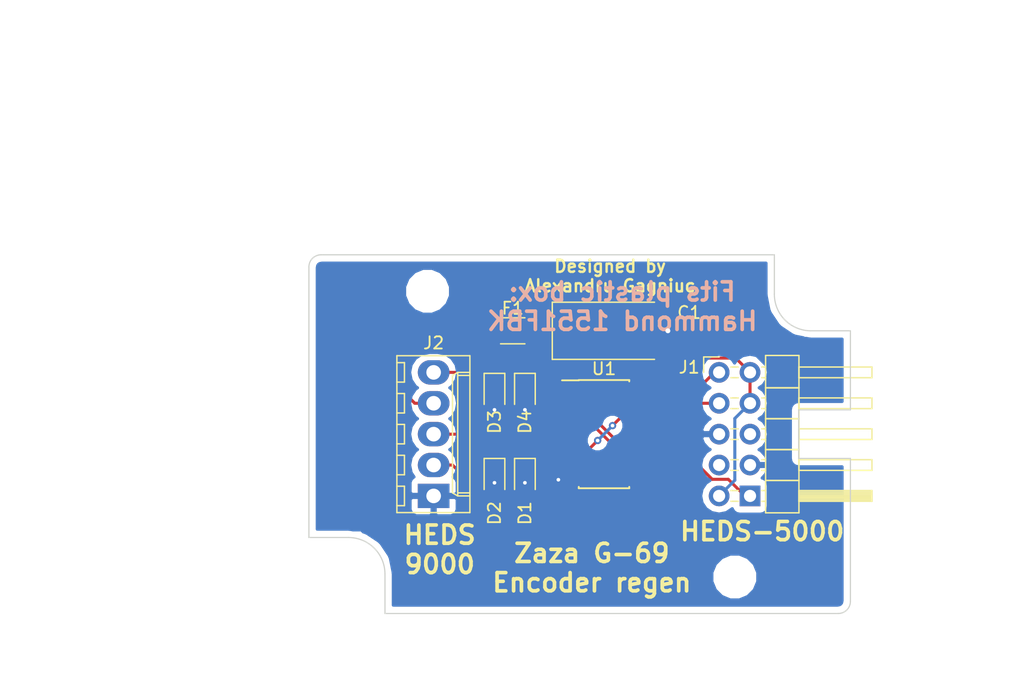
<source format=kicad_pcb>
(kicad_pcb (version 4) (host pcbnew 4.0.6)

  (general
    (links 27)
    (no_connects 0)
    (area 93.520101 49.6824 181.7201 106.582401)
    (thickness 1.6)
    (drawings 44)
    (tracks 117)
    (zones 0)
    (modules 11)
    (nets 13)
  )

  (page A4)
  (title_block
    (title "Zaza G-69 Encoder interface/regenerator")
    (date 2017-11-05)
    (rev 0)
    (company "Alexandru Gagniuc")
  )

  (layers
    (0 F.Cu signal)
    (31 B.Cu signal)
    (32 B.Adhes user)
    (33 F.Adhes user)
    (34 B.Paste user)
    (35 F.Paste user)
    (36 B.SilkS user)
    (37 F.SilkS user)
    (38 B.Mask user)
    (39 F.Mask user)
    (40 Dwgs.User user)
    (41 Cmts.User user)
    (42 Eco1.User user)
    (43 Eco2.User user)
    (44 Edge.Cuts user)
    (45 Margin user)
    (46 B.CrtYd user)
    (47 F.CrtYd user)
    (48 B.Fab user)
    (49 F.Fab user)
  )

  (setup
    (last_trace_width 0.25)
    (trace_clearance 0.2)
    (zone_clearance 0.508)
    (zone_45_only no)
    (trace_min 0.2)
    (segment_width 0.2)
    (edge_width 0.1)
    (via_size 0.6)
    (via_drill 0.3)
    (via_min_size 0.4)
    (via_min_drill 0.3)
    (uvia_size 0.3)
    (uvia_drill 0.1)
    (uvias_allowed no)
    (uvia_min_size 0.2)
    (uvia_min_drill 0.1)
    (pcb_text_width 0.3)
    (pcb_text_size 1.5 1.5)
    (mod_edge_width 0.15)
    (mod_text_size 1 1)
    (mod_text_width 0.15)
    (pad_size 1.7272 1.7272)
    (pad_drill 1.016)
    (pad_to_mask_clearance 0)
    (aux_axis_origin 0 0)
    (grid_origin 116.3701 62.3824)
    (visible_elements 7FFFFFFF)
    (pcbplotparams
      (layerselection 0x01030_80000001)
      (usegerberextensions false)
      (excludeedgelayer true)
      (linewidth 0.100000)
      (plotframeref false)
      (viasonmask false)
      (mode 1)
      (useauxorigin false)
      (hpglpennumber 1)
      (hpglpenspeed 20)
      (hpglpendiameter 15)
      (hpglpenoverlay 2)
      (psnegative false)
      (psa4output false)
      (plotreference true)
      (plotvalue true)
      (plotinvisibletext false)
      (padsonsilk false)
      (subtractmaskfromsilk false)
      (outputformat 4)
      (mirror false)
      (drillshape 0)
      (scaleselection 1)
      (outputdirectory ""))
  )

  (net 0 "")
  (net 1 /I)
  (net 2 GND)
  (net 3 /A)
  (net 4 /B)
  (net 5 VCC)
  (net 6 "Net-(F1-Pad1)")
  (net 7 /CH_A)
  (net 8 /CH_B)
  (net 9 /CH_I)
  (net 10 "Net-(U1-Pad1)")
  (net 11 "Net-(U1-Pad12)")
  (net 12 "Net-(U1-Pad3)")

  (net_class Default "To jest domyślna klasa połączeń."
    (clearance 0.2)
    (trace_width 0.25)
    (via_dia 0.6)
    (via_drill 0.3)
    (uvia_dia 0.3)
    (uvia_drill 0.1)
    (add_net /A)
    (add_net /B)
    (add_net /CH_A)
    (add_net /CH_B)
    (add_net /CH_I)
    (add_net /I)
    (add_net GND)
    (add_net "Net-(F1-Pad1)")
    (add_net "Net-(U1-Pad1)")
    (add_net "Net-(U1-Pad12)")
    (add_net "Net-(U1-Pad3)")
    (add_net VCC)
  )

  (module Pin_Headers:Pin_Header_Angled_2x05_Pitch2.54mm (layer F.Cu) (tedit 5862ED53) (tstamp 59FBF4B9)
    (at 152.8301 79.8024)
    (descr "Through hole angled pin header, 2x05, 2.54mm pitch, 6mm pin length, double rows")
    (tags "Through hole angled pin header THT 2x05 2.54mm double row")
    (path /59FBDAC3)
    (fp_text reference J1 (at -2.46 -0.42) (layer F.SilkS)
      (effects (font (size 1 1) (thickness 0.15)))
    )
    (fp_text value IDC-10 (at 5.585 12.43) (layer F.Fab)
      (effects (font (size 1 1) (thickness 0.15)))
    )
    (fp_line (start 3.94 -1.27) (end 3.94 1.27) (layer F.Fab) (width 0.1))
    (fp_line (start 3.94 1.27) (end 6.44 1.27) (layer F.Fab) (width 0.1))
    (fp_line (start 6.44 1.27) (end 6.44 -1.27) (layer F.Fab) (width 0.1))
    (fp_line (start 6.44 -1.27) (end 3.94 -1.27) (layer F.Fab) (width 0.1))
    (fp_line (start 0 -0.32) (end 0 0.32) (layer F.Fab) (width 0.1))
    (fp_line (start 0 0.32) (end 12.44 0.32) (layer F.Fab) (width 0.1))
    (fp_line (start 12.44 0.32) (end 12.44 -0.32) (layer F.Fab) (width 0.1))
    (fp_line (start 12.44 -0.32) (end 0 -0.32) (layer F.Fab) (width 0.1))
    (fp_line (start 3.94 1.27) (end 3.94 3.81) (layer F.Fab) (width 0.1))
    (fp_line (start 3.94 3.81) (end 6.44 3.81) (layer F.Fab) (width 0.1))
    (fp_line (start 6.44 3.81) (end 6.44 1.27) (layer F.Fab) (width 0.1))
    (fp_line (start 6.44 1.27) (end 3.94 1.27) (layer F.Fab) (width 0.1))
    (fp_line (start 0 2.22) (end 0 2.86) (layer F.Fab) (width 0.1))
    (fp_line (start 0 2.86) (end 12.44 2.86) (layer F.Fab) (width 0.1))
    (fp_line (start 12.44 2.86) (end 12.44 2.22) (layer F.Fab) (width 0.1))
    (fp_line (start 12.44 2.22) (end 0 2.22) (layer F.Fab) (width 0.1))
    (fp_line (start 3.94 3.81) (end 3.94 6.35) (layer F.Fab) (width 0.1))
    (fp_line (start 3.94 6.35) (end 6.44 6.35) (layer F.Fab) (width 0.1))
    (fp_line (start 6.44 6.35) (end 6.44 3.81) (layer F.Fab) (width 0.1))
    (fp_line (start 6.44 3.81) (end 3.94 3.81) (layer F.Fab) (width 0.1))
    (fp_line (start 0 4.76) (end 0 5.4) (layer F.Fab) (width 0.1))
    (fp_line (start 0 5.4) (end 12.44 5.4) (layer F.Fab) (width 0.1))
    (fp_line (start 12.44 5.4) (end 12.44 4.76) (layer F.Fab) (width 0.1))
    (fp_line (start 12.44 4.76) (end 0 4.76) (layer F.Fab) (width 0.1))
    (fp_line (start 3.94 6.35) (end 3.94 8.89) (layer F.Fab) (width 0.1))
    (fp_line (start 3.94 8.89) (end 6.44 8.89) (layer F.Fab) (width 0.1))
    (fp_line (start 6.44 8.89) (end 6.44 6.35) (layer F.Fab) (width 0.1))
    (fp_line (start 6.44 6.35) (end 3.94 6.35) (layer F.Fab) (width 0.1))
    (fp_line (start 0 7.3) (end 0 7.94) (layer F.Fab) (width 0.1))
    (fp_line (start 0 7.94) (end 12.44 7.94) (layer F.Fab) (width 0.1))
    (fp_line (start 12.44 7.94) (end 12.44 7.3) (layer F.Fab) (width 0.1))
    (fp_line (start 12.44 7.3) (end 0 7.3) (layer F.Fab) (width 0.1))
    (fp_line (start 3.94 8.89) (end 3.94 11.43) (layer F.Fab) (width 0.1))
    (fp_line (start 3.94 11.43) (end 6.44 11.43) (layer F.Fab) (width 0.1))
    (fp_line (start 6.44 11.43) (end 6.44 8.89) (layer F.Fab) (width 0.1))
    (fp_line (start 6.44 8.89) (end 3.94 8.89) (layer F.Fab) (width 0.1))
    (fp_line (start 0 9.84) (end 0 10.48) (layer F.Fab) (width 0.1))
    (fp_line (start 0 10.48) (end 12.44 10.48) (layer F.Fab) (width 0.1))
    (fp_line (start 12.44 10.48) (end 12.44 9.84) (layer F.Fab) (width 0.1))
    (fp_line (start 12.44 9.84) (end 0 9.84) (layer F.Fab) (width 0.1))
    (fp_line (start 3.82 -1.39) (end 3.82 1.27) (layer F.SilkS) (width 0.12))
    (fp_line (start 3.82 1.27) (end 6.56 1.27) (layer F.SilkS) (width 0.12))
    (fp_line (start 6.56 1.27) (end 6.56 -1.39) (layer F.SilkS) (width 0.12))
    (fp_line (start 6.56 -1.39) (end 3.82 -1.39) (layer F.SilkS) (width 0.12))
    (fp_line (start 6.56 -0.44) (end 6.56 0.44) (layer F.SilkS) (width 0.12))
    (fp_line (start 6.56 0.44) (end 12.56 0.44) (layer F.SilkS) (width 0.12))
    (fp_line (start 12.56 0.44) (end 12.56 -0.44) (layer F.SilkS) (width 0.12))
    (fp_line (start 12.56 -0.44) (end 6.56 -0.44) (layer F.SilkS) (width 0.12))
    (fp_line (start 3.51 -0.44) (end 3.82 -0.44) (layer F.SilkS) (width 0.12))
    (fp_line (start 3.51 0.44) (end 3.82 0.44) (layer F.SilkS) (width 0.12))
    (fp_line (start 0.97 -0.44) (end 1.57 -0.44) (layer F.SilkS) (width 0.12))
    (fp_line (start 0.97 0.44) (end 1.57 0.44) (layer F.SilkS) (width 0.12))
    (fp_line (start 6.56 9.84) (end 12.56 9.84) (layer F.SilkS) (width 0.12))
    (fp_line (start 6.56 9.96) (end 12.56 9.96) (layer F.SilkS) (width 0.12))
    (fp_line (start 6.56 10.08) (end 12.56 10.08) (layer F.SilkS) (width 0.12))
    (fp_line (start 6.56 10.2) (end 12.56 10.2) (layer F.SilkS) (width 0.12))
    (fp_line (start 6.56 10.32) (end 12.56 10.32) (layer F.SilkS) (width 0.12))
    (fp_line (start 6.56 10.44) (end 12.56 10.44) (layer F.SilkS) (width 0.12))
    (fp_line (start 6.56 10.56) (end 12.56 10.56) (layer F.SilkS) (width 0.12))
    (fp_line (start 3.82 1.27) (end 3.82 3.81) (layer F.SilkS) (width 0.12))
    (fp_line (start 3.82 3.81) (end 6.56 3.81) (layer F.SilkS) (width 0.12))
    (fp_line (start 6.56 3.81) (end 6.56 1.27) (layer F.SilkS) (width 0.12))
    (fp_line (start 6.56 1.27) (end 3.82 1.27) (layer F.SilkS) (width 0.12))
    (fp_line (start 6.56 2.1) (end 6.56 2.98) (layer F.SilkS) (width 0.12))
    (fp_line (start 6.56 2.98) (end 12.56 2.98) (layer F.SilkS) (width 0.12))
    (fp_line (start 12.56 2.98) (end 12.56 2.1) (layer F.SilkS) (width 0.12))
    (fp_line (start 12.56 2.1) (end 6.56 2.1) (layer F.SilkS) (width 0.12))
    (fp_line (start 3.51 2.1) (end 3.82 2.1) (layer F.SilkS) (width 0.12))
    (fp_line (start 3.51 2.98) (end 3.82 2.98) (layer F.SilkS) (width 0.12))
    (fp_line (start 0.97 2.1) (end 1.57 2.1) (layer F.SilkS) (width 0.12))
    (fp_line (start 0.97 2.98) (end 1.57 2.98) (layer F.SilkS) (width 0.12))
    (fp_line (start 3.82 3.81) (end 3.82 6.35) (layer F.SilkS) (width 0.12))
    (fp_line (start 3.82 6.35) (end 6.56 6.35) (layer F.SilkS) (width 0.12))
    (fp_line (start 6.56 6.35) (end 6.56 3.81) (layer F.SilkS) (width 0.12))
    (fp_line (start 6.56 3.81) (end 3.82 3.81) (layer F.SilkS) (width 0.12))
    (fp_line (start 6.56 4.64) (end 6.56 5.52) (layer F.SilkS) (width 0.12))
    (fp_line (start 6.56 5.52) (end 12.56 5.52) (layer F.SilkS) (width 0.12))
    (fp_line (start 12.56 5.52) (end 12.56 4.64) (layer F.SilkS) (width 0.12))
    (fp_line (start 12.56 4.64) (end 6.56 4.64) (layer F.SilkS) (width 0.12))
    (fp_line (start 3.51 4.64) (end 3.82 4.64) (layer F.SilkS) (width 0.12))
    (fp_line (start 3.51 5.52) (end 3.82 5.52) (layer F.SilkS) (width 0.12))
    (fp_line (start 0.97 4.64) (end 1.57 4.64) (layer F.SilkS) (width 0.12))
    (fp_line (start 0.97 5.52) (end 1.57 5.52) (layer F.SilkS) (width 0.12))
    (fp_line (start 3.82 6.35) (end 3.82 8.89) (layer F.SilkS) (width 0.12))
    (fp_line (start 3.82 8.89) (end 6.56 8.89) (layer F.SilkS) (width 0.12))
    (fp_line (start 6.56 8.89) (end 6.56 6.35) (layer F.SilkS) (width 0.12))
    (fp_line (start 6.56 6.35) (end 3.82 6.35) (layer F.SilkS) (width 0.12))
    (fp_line (start 6.56 7.18) (end 6.56 8.06) (layer F.SilkS) (width 0.12))
    (fp_line (start 6.56 8.06) (end 12.56 8.06) (layer F.SilkS) (width 0.12))
    (fp_line (start 12.56 8.06) (end 12.56 7.18) (layer F.SilkS) (width 0.12))
    (fp_line (start 12.56 7.18) (end 6.56 7.18) (layer F.SilkS) (width 0.12))
    (fp_line (start 3.51 7.18) (end 3.82 7.18) (layer F.SilkS) (width 0.12))
    (fp_line (start 3.51 8.06) (end 3.82 8.06) (layer F.SilkS) (width 0.12))
    (fp_line (start 0.97 7.18) (end 1.57 7.18) (layer F.SilkS) (width 0.12))
    (fp_line (start 0.97 8.06) (end 1.57 8.06) (layer F.SilkS) (width 0.12))
    (fp_line (start 3.82 8.89) (end 3.82 11.55) (layer F.SilkS) (width 0.12))
    (fp_line (start 3.82 11.55) (end 6.56 11.55) (layer F.SilkS) (width 0.12))
    (fp_line (start 6.56 11.55) (end 6.56 8.89) (layer F.SilkS) (width 0.12))
    (fp_line (start 6.56 8.89) (end 3.82 8.89) (layer F.SilkS) (width 0.12))
    (fp_line (start 6.56 9.72) (end 6.56 10.6) (layer F.SilkS) (width 0.12))
    (fp_line (start 6.56 10.6) (end 12.56 10.6) (layer F.SilkS) (width 0.12))
    (fp_line (start 12.56 10.6) (end 12.56 9.72) (layer F.SilkS) (width 0.12))
    (fp_line (start 12.56 9.72) (end 6.56 9.72) (layer F.SilkS) (width 0.12))
    (fp_line (start 3.51 9.72) (end 3.82 9.72) (layer F.SilkS) (width 0.12))
    (fp_line (start 3.51 10.6) (end 3.82 10.6) (layer F.SilkS) (width 0.12))
    (fp_line (start 0.97 9.72) (end 1.57 9.72) (layer F.SilkS) (width 0.12))
    (fp_line (start 0.97 10.6) (end 1.57 10.6) (layer F.SilkS) (width 0.12))
    (fp_line (start -1.27 0) (end -1.27 -1.27) (layer F.SilkS) (width 0.12))
    (fp_line (start -1.27 -1.27) (end 0 -1.27) (layer F.SilkS) (width 0.12))
    (fp_line (start -1.6 -1.6) (end -1.6 11.7) (layer F.CrtYd) (width 0.05))
    (fp_line (start -1.6 11.7) (end 12.7 11.7) (layer F.CrtYd) (width 0.05))
    (fp_line (start 12.7 11.7) (end 12.7 -1.6) (layer F.CrtYd) (width 0.05))
    (fp_line (start 12.7 -1.6) (end -1.6 -1.6) (layer F.CrtYd) (width 0.05))
    (pad 1 thru_hole rect (at 2.54 10.16) (size 1.7 1.7) (drill 1) (layers *.Cu *.Mask)
      (net 7 /CH_A))
    (pad 2 thru_hole oval (at 0 10.16) (size 1.7 1.7) (drill 1) (layers *.Cu *.Mask)
      (net 5 VCC))
    (pad 3 thru_hole oval (at 2.54 7.62) (size 1.7 1.7) (drill 1) (layers *.Cu *.Mask)
      (net 2 GND))
    (pad 4 thru_hole oval (at 0 7.62) (size 1.7 1.7) (drill 1) (layers *.Cu *.Mask))
    (pad 5 thru_hole oval (at 2.54 5.08) (size 1.7 1.7) (drill 1) (layers *.Cu *.Mask))
    (pad 6 thru_hole oval (at 0 5.08) (size 1.7 1.7) (drill 1) (layers *.Cu *.Mask)
      (net 2 GND))
    (pad 7 thru_hole oval (at 2.54 2.54) (size 1.7 1.7) (drill 1) (layers *.Cu *.Mask)
      (net 5 VCC))
    (pad 8 thru_hole oval (at 0 2.54) (size 1.7 1.7) (drill 1) (layers *.Cu *.Mask)
      (net 8 /CH_B))
    (pad 9 thru_hole oval (at 2.54 0) (size 1.7 1.7) (drill 1) (layers *.Cu *.Mask)
      (net 5 VCC))
    (pad 10 thru_hole oval (at 0 0) (size 1.7 1.7) (drill 1) (layers *.Cu *.Mask)
      (net 9 /CH_I))
    (model Pin_Headers.3dshapes/Pin_Header_Angled_2x05_Pitch2.54mm.wrl
      (at (xyz 0.05 -0.2 0))
      (scale (xyz 1 1 1))
      (rotate (xyz 0 0 90))
    )
  )

  (module Mounting_Holes:MountingHole_2.5mm (layer F.Cu) (tedit 59FBFCE0) (tstamp 59FBF582)
    (at 128.8701 73.1324)
    (descr "Mounting Hole 2.5mm, no annular")
    (tags "mounting hole 2.5mm no annular")
    (fp_text reference REF** (at 0 -3.5) (layer F.SilkS) hide
      (effects (font (size 1 1) (thickness 0.15)))
    )
    (fp_text value MountingHole_2.5mm (at 0 3.5) (layer F.Fab)
      (effects (font (size 1 1) (thickness 0.15)))
    )
    (fp_circle (center 0 0) (end 2.5 0) (layer Cmts.User) (width 0.15))
    (fp_circle (center 0 0) (end 2.75 0) (layer F.CrtYd) (width 0.05))
    (pad 1 np_thru_hole circle (at 0 0) (size 2.5 2.5) (drill 2.5) (layers *.Cu *.Mask))
  )

  (module Diodes_SMD:D_SOD-323 (layer F.Cu) (tedit 58641739) (tstamp 59FBEE51)
    (at 136.8701 88.3824 270)
    (descr SOD-323)
    (tags SOD-323)
    (path /59FBF879)
    (attr smd)
    (fp_text reference D1 (at 3 0 270) (layer F.SilkS)
      (effects (font (size 1 1) (thickness 0.15)))
    )
    (fp_text value TVS (at 0.1 1.9 270) (layer F.Fab)
      (effects (font (size 1 1) (thickness 0.15)))
    )
    (fp_line (start -1.5 -0.85) (end -1.5 0.85) (layer F.SilkS) (width 0.12))
    (fp_line (start 0.2 0) (end 0.45 0) (layer F.Fab) (width 0.1))
    (fp_line (start 0.2 0.35) (end -0.3 0) (layer F.Fab) (width 0.1))
    (fp_line (start 0.2 -0.35) (end 0.2 0.35) (layer F.Fab) (width 0.1))
    (fp_line (start -0.3 0) (end 0.2 -0.35) (layer F.Fab) (width 0.1))
    (fp_line (start -0.3 0) (end -0.5 0) (layer F.Fab) (width 0.1))
    (fp_line (start -0.3 -0.35) (end -0.3 0.35) (layer F.Fab) (width 0.1))
    (fp_line (start -0.9 0.7) (end -0.9 -0.7) (layer F.Fab) (width 0.1))
    (fp_line (start 0.9 0.7) (end -0.9 0.7) (layer F.Fab) (width 0.1))
    (fp_line (start 0.9 -0.7) (end 0.9 0.7) (layer F.Fab) (width 0.1))
    (fp_line (start -0.9 -0.7) (end 0.9 -0.7) (layer F.Fab) (width 0.1))
    (fp_line (start -1.6 -0.95) (end 1.6 -0.95) (layer F.CrtYd) (width 0.05))
    (fp_line (start 1.6 -0.95) (end 1.6 0.95) (layer F.CrtYd) (width 0.05))
    (fp_line (start -1.6 0.95) (end 1.6 0.95) (layer F.CrtYd) (width 0.05))
    (fp_line (start -1.6 -0.95) (end -1.6 0.95) (layer F.CrtYd) (width 0.05))
    (fp_line (start -1.5 0.85) (end 1.05 0.85) (layer F.SilkS) (width 0.12))
    (fp_line (start -1.5 -0.85) (end 1.05 -0.85) (layer F.SilkS) (width 0.12))
    (pad 1 smd rect (at -1.05 0 270) (size 0.6 0.45) (layers F.Cu F.Paste F.Mask)
      (net 1 /I))
    (pad 2 smd rect (at 1.05 0 270) (size 0.6 0.45) (layers F.Cu F.Paste F.Mask)
      (net 2 GND))
    (model Diodes_SMD.3dshapes/D_SOD-323.wrl
      (at (xyz 0 0 0))
      (scale (xyz 1 1 1))
      (rotate (xyz 0 0 180))
    )
  )

  (module Diodes_SMD:D_SOD-323 (layer F.Cu) (tedit 58641739) (tstamp 59FBEE57)
    (at 134.3701 88.3824 270)
    (descr SOD-323)
    (tags SOD-323)
    (path /59FBF920)
    (attr smd)
    (fp_text reference D2 (at 3 0 270) (layer F.SilkS)
      (effects (font (size 1 1) (thickness 0.15)))
    )
    (fp_text value TVS (at 0.1 1.9 270) (layer F.Fab)
      (effects (font (size 1 1) (thickness 0.15)))
    )
    (fp_line (start -1.5 -0.85) (end -1.5 0.85) (layer F.SilkS) (width 0.12))
    (fp_line (start 0.2 0) (end 0.45 0) (layer F.Fab) (width 0.1))
    (fp_line (start 0.2 0.35) (end -0.3 0) (layer F.Fab) (width 0.1))
    (fp_line (start 0.2 -0.35) (end 0.2 0.35) (layer F.Fab) (width 0.1))
    (fp_line (start -0.3 0) (end 0.2 -0.35) (layer F.Fab) (width 0.1))
    (fp_line (start -0.3 0) (end -0.5 0) (layer F.Fab) (width 0.1))
    (fp_line (start -0.3 -0.35) (end -0.3 0.35) (layer F.Fab) (width 0.1))
    (fp_line (start -0.9 0.7) (end -0.9 -0.7) (layer F.Fab) (width 0.1))
    (fp_line (start 0.9 0.7) (end -0.9 0.7) (layer F.Fab) (width 0.1))
    (fp_line (start 0.9 -0.7) (end 0.9 0.7) (layer F.Fab) (width 0.1))
    (fp_line (start -0.9 -0.7) (end 0.9 -0.7) (layer F.Fab) (width 0.1))
    (fp_line (start -1.6 -0.95) (end 1.6 -0.95) (layer F.CrtYd) (width 0.05))
    (fp_line (start 1.6 -0.95) (end 1.6 0.95) (layer F.CrtYd) (width 0.05))
    (fp_line (start -1.6 0.95) (end 1.6 0.95) (layer F.CrtYd) (width 0.05))
    (fp_line (start -1.6 -0.95) (end -1.6 0.95) (layer F.CrtYd) (width 0.05))
    (fp_line (start -1.5 0.85) (end 1.05 0.85) (layer F.SilkS) (width 0.12))
    (fp_line (start -1.5 -0.85) (end 1.05 -0.85) (layer F.SilkS) (width 0.12))
    (pad 1 smd rect (at -1.05 0 270) (size 0.6 0.45) (layers F.Cu F.Paste F.Mask)
      (net 3 /A))
    (pad 2 smd rect (at 1.05 0 270) (size 0.6 0.45) (layers F.Cu F.Paste F.Mask)
      (net 2 GND))
    (model Diodes_SMD.3dshapes/D_SOD-323.wrl
      (at (xyz 0 0 0))
      (scale (xyz 1 1 1))
      (rotate (xyz 0 0 180))
    )
  )

  (module Diodes_SMD:D_SOD-323 (layer F.Cu) (tedit 58641739) (tstamp 59FBEE5D)
    (at 134.3701 81.3824 270)
    (descr SOD-323)
    (tags SOD-323)
    (path /59FBF94E)
    (attr smd)
    (fp_text reference D3 (at 2.5 0 270) (layer F.SilkS)
      (effects (font (size 1 1) (thickness 0.15)))
    )
    (fp_text value TVS (at 0.1 1.9 270) (layer F.Fab)
      (effects (font (size 1 1) (thickness 0.15)))
    )
    (fp_line (start -1.5 -0.85) (end -1.5 0.85) (layer F.SilkS) (width 0.12))
    (fp_line (start 0.2 0) (end 0.45 0) (layer F.Fab) (width 0.1))
    (fp_line (start 0.2 0.35) (end -0.3 0) (layer F.Fab) (width 0.1))
    (fp_line (start 0.2 -0.35) (end 0.2 0.35) (layer F.Fab) (width 0.1))
    (fp_line (start -0.3 0) (end 0.2 -0.35) (layer F.Fab) (width 0.1))
    (fp_line (start -0.3 0) (end -0.5 0) (layer F.Fab) (width 0.1))
    (fp_line (start -0.3 -0.35) (end -0.3 0.35) (layer F.Fab) (width 0.1))
    (fp_line (start -0.9 0.7) (end -0.9 -0.7) (layer F.Fab) (width 0.1))
    (fp_line (start 0.9 0.7) (end -0.9 0.7) (layer F.Fab) (width 0.1))
    (fp_line (start 0.9 -0.7) (end 0.9 0.7) (layer F.Fab) (width 0.1))
    (fp_line (start -0.9 -0.7) (end 0.9 -0.7) (layer F.Fab) (width 0.1))
    (fp_line (start -1.6 -0.95) (end 1.6 -0.95) (layer F.CrtYd) (width 0.05))
    (fp_line (start 1.6 -0.95) (end 1.6 0.95) (layer F.CrtYd) (width 0.05))
    (fp_line (start -1.6 0.95) (end 1.6 0.95) (layer F.CrtYd) (width 0.05))
    (fp_line (start -1.6 -0.95) (end -1.6 0.95) (layer F.CrtYd) (width 0.05))
    (fp_line (start -1.5 0.85) (end 1.05 0.85) (layer F.SilkS) (width 0.12))
    (fp_line (start -1.5 -0.85) (end 1.05 -0.85) (layer F.SilkS) (width 0.12))
    (pad 1 smd rect (at -1.05 0 270) (size 0.6 0.45) (layers F.Cu F.Paste F.Mask)
      (net 4 /B))
    (pad 2 smd rect (at 1.05 0 270) (size 0.6 0.45) (layers F.Cu F.Paste F.Mask)
      (net 2 GND))
    (model Diodes_SMD.3dshapes/D_SOD-323.wrl
      (at (xyz 0 0 0))
      (scale (xyz 1 1 1))
      (rotate (xyz 0 0 180))
    )
  )

  (module Diodes_SMD:D_SOD-323 (layer F.Cu) (tedit 58641739) (tstamp 59FBEE63)
    (at 136.8701 81.3824 270)
    (descr SOD-323)
    (tags SOD-323)
    (path /59FC0203)
    (attr smd)
    (fp_text reference D4 (at 2.5 0 270) (layer F.SilkS)
      (effects (font (size 1 1) (thickness 0.15)))
    )
    (fp_text value TVS (at 0.1 1.9 270) (layer F.Fab)
      (effects (font (size 1 1) (thickness 0.15)))
    )
    (fp_line (start -1.5 -0.85) (end -1.5 0.85) (layer F.SilkS) (width 0.12))
    (fp_line (start 0.2 0) (end 0.45 0) (layer F.Fab) (width 0.1))
    (fp_line (start 0.2 0.35) (end -0.3 0) (layer F.Fab) (width 0.1))
    (fp_line (start 0.2 -0.35) (end 0.2 0.35) (layer F.Fab) (width 0.1))
    (fp_line (start -0.3 0) (end 0.2 -0.35) (layer F.Fab) (width 0.1))
    (fp_line (start -0.3 0) (end -0.5 0) (layer F.Fab) (width 0.1))
    (fp_line (start -0.3 -0.35) (end -0.3 0.35) (layer F.Fab) (width 0.1))
    (fp_line (start -0.9 0.7) (end -0.9 -0.7) (layer F.Fab) (width 0.1))
    (fp_line (start 0.9 0.7) (end -0.9 0.7) (layer F.Fab) (width 0.1))
    (fp_line (start 0.9 -0.7) (end 0.9 0.7) (layer F.Fab) (width 0.1))
    (fp_line (start -0.9 -0.7) (end 0.9 -0.7) (layer F.Fab) (width 0.1))
    (fp_line (start -1.6 -0.95) (end 1.6 -0.95) (layer F.CrtYd) (width 0.05))
    (fp_line (start 1.6 -0.95) (end 1.6 0.95) (layer F.CrtYd) (width 0.05))
    (fp_line (start -1.6 0.95) (end 1.6 0.95) (layer F.CrtYd) (width 0.05))
    (fp_line (start -1.6 -0.95) (end -1.6 0.95) (layer F.CrtYd) (width 0.05))
    (fp_line (start -1.5 0.85) (end 1.05 0.85) (layer F.SilkS) (width 0.12))
    (fp_line (start -1.5 -0.85) (end 1.05 -0.85) (layer F.SilkS) (width 0.12))
    (pad 1 smd rect (at -1.05 0 270) (size 0.6 0.45) (layers F.Cu F.Paste F.Mask)
      (net 5 VCC))
    (pad 2 smd rect (at 1.05 0 270) (size 0.6 0.45) (layers F.Cu F.Paste F.Mask)
      (net 2 GND))
    (model Diodes_SMD.3dshapes/D_SOD-323.wrl
      (at (xyz 0 0 0))
      (scale (xyz 1 1 1))
      (rotate (xyz 0 0 180))
    )
  )

  (module Resistors_SMD:R_1206 (layer F.Cu) (tedit 58AADA9E) (tstamp 59FBEE69)
    (at 135.8701 76.3824)
    (descr "Resistor SMD 1206, reflow soldering, Vishay (see dcrcw.pdf)")
    (tags "resistor 1206")
    (path /59FBFF98)
    (attr smd)
    (fp_text reference F1 (at 0 -1.85) (layer F.SilkS)
      (effects (font (size 1 1) (thickness 0.15)))
    )
    (fp_text value 50mA (at 0 1.95) (layer F.Fab)
      (effects (font (size 1 1) (thickness 0.15)))
    )
    (fp_text user %R (at 0 -1.85) (layer F.Fab)
      (effects (font (size 1 1) (thickness 0.15)))
    )
    (fp_line (start -1.6 0.8) (end -1.6 -0.8) (layer F.Fab) (width 0.1))
    (fp_line (start 1.6 0.8) (end -1.6 0.8) (layer F.Fab) (width 0.1))
    (fp_line (start 1.6 -0.8) (end 1.6 0.8) (layer F.Fab) (width 0.1))
    (fp_line (start -1.6 -0.8) (end 1.6 -0.8) (layer F.Fab) (width 0.1))
    (fp_line (start 1 1.07) (end -1 1.07) (layer F.SilkS) (width 0.12))
    (fp_line (start -1 -1.07) (end 1 -1.07) (layer F.SilkS) (width 0.12))
    (fp_line (start -2.15 -1.11) (end 2.15 -1.11) (layer F.CrtYd) (width 0.05))
    (fp_line (start -2.15 -1.11) (end -2.15 1.1) (layer F.CrtYd) (width 0.05))
    (fp_line (start 2.15 1.1) (end 2.15 -1.11) (layer F.CrtYd) (width 0.05))
    (fp_line (start 2.15 1.1) (end -2.15 1.1) (layer F.CrtYd) (width 0.05))
    (pad 1 smd rect (at -1.45 0) (size 0.9 1.7) (layers F.Cu F.Paste F.Mask)
      (net 6 "Net-(F1-Pad1)"))
    (pad 2 smd rect (at 1.45 0) (size 0.9 1.7) (layers F.Cu F.Paste F.Mask)
      (net 5 VCC))
    (model Resistors_SMD.3dshapes/R_1206.wrl
      (at (xyz 0 0 0))
      (scale (xyz 1 1 1))
      (rotate (xyz 0 0 0))
    )
  )

  (module Connectors_Molex:Molex_KK-6410-05_05x2.54mm_Straight (layer F.Cu) (tedit 56C6219D) (tstamp 59FBEE80)
    (at 129.3701 89.9624 90)
    (descr "Connector Headers with Friction Lock, 22-27-2051, http://www.molex.com/pdm_docs/sd/022272021_sd.pdf")
    (tags "connector molex kk_6410 22-27-2051")
    (path /59FBDB25)
    (fp_text reference J2 (at 12.58 0 180) (layer F.SilkS)
      (effects (font (size 1 1) (thickness 0.15)))
    )
    (fp_text value "KK 2.54" (at 5.08 4.5 90) (layer F.Fab)
      (effects (font (size 1 1) (thickness 0.15)))
    )
    (fp_line (start -1.37 -3.02) (end -1.37 2.98) (layer F.SilkS) (width 0.12))
    (fp_line (start -1.37 2.98) (end 11.53 2.98) (layer F.SilkS) (width 0.12))
    (fp_line (start 11.53 2.98) (end 11.53 -3.02) (layer F.SilkS) (width 0.12))
    (fp_line (start 11.53 -3.02) (end -1.37 -3.02) (layer F.SilkS) (width 0.12))
    (fp_line (start 0 2.98) (end 0 1.98) (layer F.SilkS) (width 0.12))
    (fp_line (start 0 1.98) (end 10.16 1.98) (layer F.SilkS) (width 0.12))
    (fp_line (start 10.16 1.98) (end 10.16 2.98) (layer F.SilkS) (width 0.12))
    (fp_line (start 0 1.98) (end 0.25 1.55) (layer F.SilkS) (width 0.12))
    (fp_line (start 0.25 1.55) (end 9.91 1.55) (layer F.SilkS) (width 0.12))
    (fp_line (start 9.91 1.55) (end 10.16 1.98) (layer F.SilkS) (width 0.12))
    (fp_line (start 0.25 2.98) (end 0.25 1.98) (layer F.SilkS) (width 0.12))
    (fp_line (start 9.91 2.98) (end 9.91 1.98) (layer F.SilkS) (width 0.12))
    (fp_line (start -0.8 -3.02) (end -0.8 -2.4) (layer F.SilkS) (width 0.12))
    (fp_line (start -0.8 -2.4) (end 0.8 -2.4) (layer F.SilkS) (width 0.12))
    (fp_line (start 0.8 -2.4) (end 0.8 -3.02) (layer F.SilkS) (width 0.12))
    (fp_line (start 1.74 -3.02) (end 1.74 -2.4) (layer F.SilkS) (width 0.12))
    (fp_line (start 1.74 -2.4) (end 3.34 -2.4) (layer F.SilkS) (width 0.12))
    (fp_line (start 3.34 -2.4) (end 3.34 -3.02) (layer F.SilkS) (width 0.12))
    (fp_line (start 4.28 -3.02) (end 4.28 -2.4) (layer F.SilkS) (width 0.12))
    (fp_line (start 4.28 -2.4) (end 5.88 -2.4) (layer F.SilkS) (width 0.12))
    (fp_line (start 5.88 -2.4) (end 5.88 -3.02) (layer F.SilkS) (width 0.12))
    (fp_line (start 6.82 -3.02) (end 6.82 -2.4) (layer F.SilkS) (width 0.12))
    (fp_line (start 6.82 -2.4) (end 8.42 -2.4) (layer F.SilkS) (width 0.12))
    (fp_line (start 8.42 -2.4) (end 8.42 -3.02) (layer F.SilkS) (width 0.12))
    (fp_line (start 9.36 -3.02) (end 9.36 -2.4) (layer F.SilkS) (width 0.12))
    (fp_line (start 9.36 -2.4) (end 10.96 -2.4) (layer F.SilkS) (width 0.12))
    (fp_line (start 10.96 -2.4) (end 10.96 -3.02) (layer F.SilkS) (width 0.12))
    (fp_line (start -1.9 3.5) (end -1.9 -3.55) (layer F.CrtYd) (width 0.05))
    (fp_line (start -1.9 -3.55) (end 12.05 -3.55) (layer F.CrtYd) (width 0.05))
    (fp_line (start 12.05 -3.55) (end 12.05 3.5) (layer F.CrtYd) (width 0.05))
    (fp_line (start 12.05 3.5) (end -1.9 3.5) (layer F.CrtYd) (width 0.05))
    (pad 1 thru_hole rect (at 0 0 90) (size 2 2.6) (drill 1.2) (layers *.Cu *.Mask)
      (net 2 GND))
    (pad 2 thru_hole oval (at 2.54 0 90) (size 2 2.6) (drill 1.2) (layers *.Cu *.Mask)
      (net 1 /I))
    (pad 3 thru_hole oval (at 5.08 0 90) (size 2 2.6) (drill 1.2) (layers *.Cu *.Mask)
      (net 3 /A))
    (pad 4 thru_hole oval (at 7.62 0 90) (size 2 2.6) (drill 1.2) (layers *.Cu *.Mask)
      (net 6 "Net-(F1-Pad1)"))
    (pad 5 thru_hole oval (at 10.16 0 90) (size 2 2.6) (drill 1.2) (layers *.Cu *.Mask)
      (net 4 /B))
  )

  (module Housings_SOIC:SOIC-14_3.9x8.7mm_Pitch1.27mm (layer F.Cu) (tedit 574D9791) (tstamp 59FBEE92)
    (at 143.3701 84.8824)
    (descr "14-Lead Plastic Small Outline (SL) - Narrow, 3.90 mm Body [SOIC] (see Microchip Packaging Specification 00000049BS.pdf)")
    (tags "SOIC 1.27")
    (path /59FBE818)
    (attr smd)
    (fp_text reference U1 (at 0 -5.375) (layer F.SilkS)
      (effects (font (size 1 1) (thickness 0.15)))
    )
    (fp_text value 74HC14 (at 0 5.375) (layer F.Fab)
      (effects (font (size 1 1) (thickness 0.15)))
    )
    (fp_line (start -0.95 -4.35) (end 1.95 -4.35) (layer F.Fab) (width 0.15))
    (fp_line (start 1.95 -4.35) (end 1.95 4.35) (layer F.Fab) (width 0.15))
    (fp_line (start 1.95 4.35) (end -1.95 4.35) (layer F.Fab) (width 0.15))
    (fp_line (start -1.95 4.35) (end -1.95 -3.35) (layer F.Fab) (width 0.15))
    (fp_line (start -1.95 -3.35) (end -0.95 -4.35) (layer F.Fab) (width 0.15))
    (fp_line (start -3.7 -4.65) (end -3.7 4.65) (layer F.CrtYd) (width 0.05))
    (fp_line (start 3.7 -4.65) (end 3.7 4.65) (layer F.CrtYd) (width 0.05))
    (fp_line (start -3.7 -4.65) (end 3.7 -4.65) (layer F.CrtYd) (width 0.05))
    (fp_line (start -3.7 4.65) (end 3.7 4.65) (layer F.CrtYd) (width 0.05))
    (fp_line (start -2.075 -4.45) (end -2.075 -4.425) (layer F.SilkS) (width 0.15))
    (fp_line (start 2.075 -4.45) (end 2.075 -4.335) (layer F.SilkS) (width 0.15))
    (fp_line (start 2.075 4.45) (end 2.075 4.335) (layer F.SilkS) (width 0.15))
    (fp_line (start -2.075 4.45) (end -2.075 4.335) (layer F.SilkS) (width 0.15))
    (fp_line (start -2.075 -4.45) (end 2.075 -4.45) (layer F.SilkS) (width 0.15))
    (fp_line (start -2.075 4.45) (end 2.075 4.45) (layer F.SilkS) (width 0.15))
    (fp_line (start -2.075 -4.425) (end -3.45 -4.425) (layer F.SilkS) (width 0.15))
    (pad 1 smd rect (at -2.7 -3.81) (size 1.5 0.6) (layers F.Cu F.Paste F.Mask)
      (net 10 "Net-(U1-Pad1)"))
    (pad 2 smd rect (at -2.7 -2.54) (size 1.5 0.6) (layers F.Cu F.Paste F.Mask)
      (net 4 /B))
    (pad 3 smd rect (at -2.7 -1.27) (size 1.5 0.6) (layers F.Cu F.Paste F.Mask)
      (net 12 "Net-(U1-Pad3)"))
    (pad 4 smd rect (at -2.7 0) (size 1.5 0.6) (layers F.Cu F.Paste F.Mask)
      (net 3 /A))
    (pad 5 smd rect (at -2.7 1.27) (size 1.5 0.6) (layers F.Cu F.Paste F.Mask)
      (net 11 "Net-(U1-Pad12)"))
    (pad 6 smd rect (at -2.7 2.54) (size 1.5 0.6) (layers F.Cu F.Paste F.Mask)
      (net 1 /I))
    (pad 7 smd rect (at -2.7 3.81) (size 1.5 0.6) (layers F.Cu F.Paste F.Mask)
      (net 2 GND))
    (pad 8 smd rect (at 2.7 3.81) (size 1.5 0.6) (layers F.Cu F.Paste F.Mask)
      (net 12 "Net-(U1-Pad3)"))
    (pad 9 smd rect (at 2.7 2.54) (size 1.5 0.6) (layers F.Cu F.Paste F.Mask)
      (net 7 /CH_A))
    (pad 10 smd rect (at 2.7 1.27) (size 1.5 0.6) (layers F.Cu F.Paste F.Mask)
      (net 10 "Net-(U1-Pad1)"))
    (pad 11 smd rect (at 2.7 0) (size 1.5 0.6) (layers F.Cu F.Paste F.Mask)
      (net 8 /CH_B))
    (pad 12 smd rect (at 2.7 -1.27) (size 1.5 0.6) (layers F.Cu F.Paste F.Mask)
      (net 11 "Net-(U1-Pad12)"))
    (pad 13 smd rect (at 2.7 -2.54) (size 1.5 0.6) (layers F.Cu F.Paste F.Mask)
      (net 9 /CH_I))
    (pad 14 smd rect (at 2.7 -3.81) (size 1.5 0.6) (layers F.Cu F.Paste F.Mask)
      (net 5 VCC))
    (model Housings_SOIC.3dshapes/SOIC-14_3.9x8.7mm_Pitch1.27mm.wrl
      (at (xyz 0 0 0))
      (scale (xyz 1 1 1))
      (rotate (xyz 0 0 0))
    )
  )

  (module Capacitors_Tantalum_SMD:CP_Tantalum_Case-X_EIA-7343-43_Reflow (layer F.Cu) (tedit 57B6E980) (tstamp 59FBF4B8)
    (at 143.8701 76.3824)
    (descr "Tantalum capacitor, Case X, EIA 7343-43, 7.3x4.2x4.0mm, Reflow soldering footprint")
    (tags "capacitor tantalum smd")
    (path /59FC0A7D)
    (attr smd)
    (fp_text reference C1 (at 6.5 -1.5) (layer F.SilkS)
      (effects (font (size 1 1) (thickness 0.15)))
    )
    (fp_text value 10u (at 0 3.85) (layer F.Fab)
      (effects (font (size 1 1) (thickness 0.15)))
    )
    (fp_line (start -4.85 -2.5) (end -4.85 2.5) (layer F.CrtYd) (width 0.05))
    (fp_line (start -4.85 2.5) (end 4.85 2.5) (layer F.CrtYd) (width 0.05))
    (fp_line (start 4.85 2.5) (end 4.85 -2.5) (layer F.CrtYd) (width 0.05))
    (fp_line (start 4.85 -2.5) (end -4.85 -2.5) (layer F.CrtYd) (width 0.05))
    (fp_line (start -3.65 -2.1) (end -3.65 2.1) (layer F.Fab) (width 0.1))
    (fp_line (start -3.65 2.1) (end 3.65 2.1) (layer F.Fab) (width 0.1))
    (fp_line (start 3.65 2.1) (end 3.65 -2.1) (layer F.Fab) (width 0.1))
    (fp_line (start 3.65 -2.1) (end -3.65 -2.1) (layer F.Fab) (width 0.1))
    (fp_line (start -2.92 -2.1) (end -2.92 2.1) (layer F.Fab) (width 0.1))
    (fp_line (start -2.555 -2.1) (end -2.555 2.1) (layer F.Fab) (width 0.1))
    (fp_line (start -4.75 -2.35) (end 3.65 -2.35) (layer F.SilkS) (width 0.12))
    (fp_line (start -4.75 2.35) (end 3.65 2.35) (layer F.SilkS) (width 0.12))
    (fp_line (start -4.75 -2.35) (end -4.75 2.35) (layer F.SilkS) (width 0.12))
    (pad 1 smd rect (at -3.175 0) (size 2.55 2.7) (layers F.Cu F.Paste F.Mask)
      (net 5 VCC))
    (pad 2 smd rect (at 3.175 0) (size 2.55 2.7) (layers F.Cu F.Paste F.Mask)
      (net 2 GND))
    (model Capacitors_Tantalum_SMD.3dshapes/CP_Tantalum_Case-X_EIA-7343-43.wrl
      (at (xyz 0 0 0))
      (scale (xyz 1 1 1))
      (rotate (xyz 0 0 0))
    )
  )

  (module Mounting_Holes:MountingHole_2.5mm (layer F.Cu) (tedit 59FBFCDC) (tstamp 59FBF546)
    (at 154.1201 96.6324)
    (descr "Mounting Hole 2.5mm, no annular")
    (tags "mounting hole 2.5mm no annular")
    (fp_text reference REF** (at 0 -3.5) (layer F.SilkS) hide
      (effects (font (size 1 1) (thickness 0.15)))
    )
    (fp_text value MountingHole_2.5mm (at 0 3.5) (layer F.Fab)
      (effects (font (size 1 1) (thickness 0.15)))
    )
    (fp_circle (center 0 0) (end 2.5 0) (layer Cmts.User) (width 0.15))
    (fp_circle (center 0 0) (end 2.75 0) (layer F.CrtYd) (width 0.05))
    (pad 1 np_thru_hole circle (at 0 0) (size 2.5 2.5) (drill 2.5) (layers *.Cu *.Mask))
  )

  (dimension 11 (width 0.3) (layer F.Fab)
    (gr_text "11.000 mm" (at 173.7201 89.8824 90) (layer F.Fab)
      (effects (font (size 1.5 1.5) (thickness 0.3)))
    )
    (feature1 (pts (xy 167.3701 84.3824) (xy 175.0701 84.3824)))
    (feature2 (pts (xy 167.3701 95.3824) (xy 175.0701 95.3824)))
    (crossbar (pts (xy 172.3701 95.3824) (xy 172.3701 84.3824)))
    (arrow1a (pts (xy 172.3701 84.3824) (xy 172.956521 85.508904)))
    (arrow1b (pts (xy 172.3701 84.3824) (xy 171.783679 85.508904)))
    (arrow2a (pts (xy 172.3701 95.3824) (xy 172.956521 94.255896)))
    (arrow2b (pts (xy 172.3701 95.3824) (xy 171.783679 94.255896)))
  )
  (gr_line (start 163.6201 86.8824) (end 163.6201 98.6324) (layer Edge.Cuts) (width 0.1))
  (gr_line (start 159.3701 86.8824) (end 159.3701 82.8824) (layer Edge.Cuts) (width 0.1))
  (gr_line (start 159.3701 82.8824) (end 163.6201 82.8824) (layer Edge.Cuts) (width 0.1) (tstamp 59FE0298))
  (gr_line (start 159.3701 86.8824) (end 163.6201 86.8824) (layer Edge.Cuts) (width 0.1))
  (gr_text "Fits plastic box:\nHammond 1551FBK" (at 144.8701 74.3824) (layer B.SilkS) (tstamp 59FBFE4E)
    (effects (font (size 1.5 1.5) (thickness 0.3)) (justify mirror))
  )
  (gr_text "Designed by\nAlexandru Gagniuc" (at 143.8701 71.8824) (layer F.SilkS) (tstamp 59FBFE15)
    (effects (font (size 1 1) (thickness 0.2)))
  )
  (gr_text "Zaza G-69\nEncoder regen" (at 142.3701 95.8824) (layer F.SilkS)
    (effects (font (size 1.5 1.5) (thickness 0.3)))
  )
  (gr_text "HEDS\n9000" (at 129.8701 94.3824) (layer F.SilkS) (tstamp 59FBFD70)
    (effects (font (size 1.5 1.5) (thickness 0.3)))
  )
  (gr_text HEDS-5000 (at 156.3701 92.8824) (layer F.SilkS)
    (effects (font (size 1.5 1.5) (thickness 0.3)))
  )
  (gr_line (start 166.3701 84.8824) (end 118.8701 84.8824) (layer Eco2.User) (width 0.2))
  (dimension 17.5 (width 0.3) (layer Eco2.User)
    (gr_text "17.500 mm" (at 175.2201 76.1324 270) (layer Eco2.User)
      (effects (font (size 1.5 1.5) (thickness 0.3)))
    )
    (feature1 (pts (xy 166.3701 84.8824) (xy 176.5701 84.8824)))
    (feature2 (pts (xy 166.3701 67.3824) (xy 176.5701 67.3824)))
    (crossbar (pts (xy 173.8701 67.3824) (xy 173.8701 84.8824)))
    (arrow1a (pts (xy 173.8701 84.8824) (xy 173.283679 83.755896)))
    (arrow1b (pts (xy 173.8701 84.8824) (xy 174.456521 83.755896)))
    (arrow2a (pts (xy 173.8701 67.3824) (xy 173.283679 68.508904)))
    (arrow2b (pts (xy 173.8701 67.3824) (xy 174.456521 68.508904)))
  )
  (dimension 9.75 (width 0.3) (layer Eco2.User) (tstamp 59FBF562)
    (gr_text "9.750 mm" (at 123.9951 64.5324) (layer Eco2.User) (tstamp 59FBF563)
      (effects (font (size 1.5 1.5) (thickness 0.3)))
    )
    (feature1 (pts (xy 128.8701 70.1324) (xy 128.8701 63.1824)))
    (feature2 (pts (xy 119.1201 70.1324) (xy 119.1201 63.1824)))
    (crossbar (pts (xy 119.1201 65.8824) (xy 128.8701 65.8824)))
    (arrow1a (pts (xy 128.8701 65.8824) (xy 127.743596 66.468821)))
    (arrow1b (pts (xy 128.8701 65.8824) (xy 127.743596 65.295979)))
    (arrow2a (pts (xy 119.1201 65.8824) (xy 120.246604 66.468821)))
    (arrow2b (pts (xy 119.1201 65.8824) (xy 120.246604 65.295979)))
  )
  (dimension 3 (width 0.3) (layer Eco2.User) (tstamp 59FBF55F)
    (gr_text "3.000 mm" (at 133.7201 71.6324 270) (layer Eco2.User) (tstamp 59FBF560)
      (effects (font (size 1.5 1.5) (thickness 0.3)))
    )
    (feature1 (pts (xy 128.8701 73.1324) (xy 135.0701 73.1324)))
    (feature2 (pts (xy 128.8701 70.1324) (xy 135.0701 70.1324)))
    (crossbar (pts (xy 132.3701 70.1324) (xy 132.3701 73.1324)))
    (arrow1a (pts (xy 132.3701 73.1324) (xy 131.783679 72.005896)))
    (arrow1b (pts (xy 132.3701 73.1324) (xy 132.956521 72.005896)))
    (arrow2a (pts (xy 132.3701 70.1324) (xy 131.783679 71.258904)))
    (arrow2b (pts (xy 132.3701 70.1324) (xy 132.956521 71.258904)))
  )
  (dimension 3 (width 0.3) (layer Eco2.User)
    (gr_text "3.000 mm" (at 149.2701 98.1324 90) (layer Eco2.User)
      (effects (font (size 1.5 1.5) (thickness 0.3)))
    )
    (feature1 (pts (xy 154.1201 96.6324) (xy 147.9201 96.6324)))
    (feature2 (pts (xy 154.1201 99.6324) (xy 147.9201 99.6324)))
    (crossbar (pts (xy 150.6201 99.6324) (xy 150.6201 96.6324)))
    (arrow1a (pts (xy 150.6201 96.6324) (xy 151.206521 97.758904)))
    (arrow1b (pts (xy 150.6201 96.6324) (xy 150.033679 97.758904)))
    (arrow2a (pts (xy 150.6201 99.6324) (xy 151.206521 98.505896)))
    (arrow2b (pts (xy 150.6201 99.6324) (xy 150.033679 98.505896)))
  )
  (dimension 9.75 (width 0.3) (layer Eco2.User)
    (gr_text "9.750 mm" (at 158.9951 105.2324) (layer Eco2.User)
      (effects (font (size 1.5 1.5) (thickness 0.3)))
    )
    (feature1 (pts (xy 154.1201 99.6324) (xy 154.1201 106.5824)))
    (feature2 (pts (xy 163.8701 99.6324) (xy 163.8701 106.5824)))
    (crossbar (pts (xy 163.8701 103.8824) (xy 154.1201 103.8824)))
    (arrow1a (pts (xy 154.1201 103.8824) (xy 155.246604 103.295979)))
    (arrow1b (pts (xy 154.1201 103.8824) (xy 155.246604 104.468821)))
    (arrow2a (pts (xy 163.8701 103.8824) (xy 162.743596 103.295979)))
    (arrow2b (pts (xy 163.8701 103.8824) (xy 162.743596 104.468821)))
  )
  (gr_arc (start 162.6201 98.6324) (end 163.6201 98.6324) (angle 90) (layer Edge.Cuts) (width 0.1) (tstamp 59FBF39C))
  (gr_arc (start 120.1201 71.1324) (end 119.1201 71.1324) (angle 90) (layer Edge.Cuts) (width 0.1))
  (gr_arc (start 122.3701 96.3824) (end 122.3701 93.3824) (angle 90) (layer Edge.Cuts) (width 0.1) (tstamp 59FBF360))
  (gr_line (start 122.3701 93.3824) (end 119.1201 93.3824) (layer Edge.Cuts) (width 0.1) (tstamp 59FBF35F))
  (gr_line (start 125.3701 99.6324) (end 125.3701 96.3824) (layer Edge.Cuts) (width 0.1) (tstamp 59FBF35E))
  (gr_arc (start 160.3701 73.3824) (end 160.3701 76.3824) (angle 90) (layer Edge.Cuts) (width 0.1))
  (gr_line (start 160.3701 76.3824) (end 163.6201 76.3824) (layer Edge.Cuts) (width 0.1))
  (gr_line (start 157.3701 70.1324) (end 157.3701 73.3824) (layer Edge.Cuts) (width 0.1))
  (dimension 6.25 (width 0.3) (layer Eco2.User)
    (gr_text "6.250 mm" (at 160.4951 64.0324) (layer Eco2.User)
      (effects (font (size 1.5 1.5) (thickness 0.3)))
    )
    (feature1 (pts (xy 157.3701 70.1324) (xy 157.3701 62.6824)))
    (feature2 (pts (xy 163.6201 70.1324) (xy 163.6201 62.6824)))
    (crossbar (pts (xy 163.6201 65.3824) (xy 157.3701 65.3824)))
    (arrow1a (pts (xy 157.3701 65.3824) (xy 158.496604 64.795979)))
    (arrow1b (pts (xy 157.3701 65.3824) (xy 158.496604 65.968821)))
    (arrow2a (pts (xy 163.6201 65.3824) (xy 162.493596 64.795979)))
    (arrow2b (pts (xy 163.6201 65.3824) (xy 162.493596 65.968821)))
  )
  (dimension 6.25 (width 0.3) (layer Eco2.User)
    (gr_text "6.250 mm" (at 172.7201 73.2574 270) (layer Eco2.User)
      (effects (font (size 1.5 1.5) (thickness 0.3)))
    )
    (feature1 (pts (xy 163.6201 76.3824) (xy 174.0701 76.3824)))
    (feature2 (pts (xy 163.6201 70.1324) (xy 174.0701 70.1324)))
    (crossbar (pts (xy 171.3701 70.1324) (xy 171.3701 76.3824)))
    (arrow1a (pts (xy 171.3701 76.3824) (xy 170.783679 75.255896)))
    (arrow1b (pts (xy 171.3701 76.3824) (xy 171.956521 75.255896)))
    (arrow2a (pts (xy 171.3701 70.1324) (xy 170.783679 71.258904)))
    (arrow2b (pts (xy 171.3701 70.1324) (xy 171.956521 71.258904)))
  )
  (gr_line (start 157.3701 70.1324) (end 120.1201 70.1324) (layer Edge.Cuts) (width 0.1))
  (gr_line (start 163.6201 82.8824) (end 163.6201 76.3824) (layer Edge.Cuts) (width 0.1))
  (gr_line (start 125.3701 99.6324) (end 162.6201 99.6324) (layer Edge.Cuts) (width 0.1))
  (gr_line (start 119.1201 71.1324) (end 119.1201 93.3824) (layer Edge.Cuts) (width 0.1))
  (dimension 44.5 (width 0.3) (layer Eco2.User)
    (gr_text "44.500 mm" (at 141.3701 61.0324) (layer Eco2.User)
      (effects (font (size 1.5 1.5) (thickness 0.3)))
    )
    (feature1 (pts (xy 163.6201 70.1324) (xy 163.6201 59.6824)))
    (feature2 (pts (xy 119.1201 70.1324) (xy 119.1201 59.6824)))
    (crossbar (pts (xy 119.1201 62.3824) (xy 163.6201 62.3824)))
    (arrow1a (pts (xy 163.6201 62.3824) (xy 162.493596 62.968821)))
    (arrow1b (pts (xy 163.6201 62.3824) (xy 162.493596 61.795979)))
    (arrow2a (pts (xy 119.1201 62.3824) (xy 120.246604 62.968821)))
    (arrow2b (pts (xy 119.1201 62.3824) (xy 120.246604 61.795979)))
  )
  (dimension 29.5 (width 0.3) (layer Eco2.User)
    (gr_text "29.500 mm" (at 110.0201 84.8824 270) (layer Eco2.User)
      (effects (font (size 1.5 1.5) (thickness 0.3)))
    )
    (feature1 (pts (xy 119.1201 99.6324) (xy 108.6701 99.6324)))
    (feature2 (pts (xy 119.1201 70.1324) (xy 108.6701 70.1324)))
    (crossbar (pts (xy 111.3701 70.1324) (xy 111.3701 99.6324)))
    (arrow1a (pts (xy 111.3701 99.6324) (xy 110.783679 98.505896)))
    (arrow1b (pts (xy 111.3701 99.6324) (xy 111.956521 98.505896)))
    (arrow2a (pts (xy 111.3701 70.1324) (xy 110.783679 71.258904)))
    (arrow2b (pts (xy 111.3701 70.1324) (xy 111.956521 71.258904)))
  )
  (gr_line (start 164.3701 69.3824) (end 118.3701 69.3824) (layer Eco1.User) (width 0.2))
  (gr_line (start 164.3701 100.3824) (end 164.3701 69.3824) (layer Eco1.User) (width 0.2))
  (gr_line (start 118.3701 100.3824) (end 164.3701 100.3824) (layer Eco1.User) (width 0.2))
  (gr_line (start 118.3701 69.3824) (end 118.3701 100.3824) (layer Eco1.User) (width 0.2))
  (dimension 46 (width 0.3) (layer Eco1.User)
    (gr_text "46.000 mm" (at 141.3701 56.0324) (layer Eco1.User)
      (effects (font (size 1.5 1.5) (thickness 0.3)))
    )
    (feature1 (pts (xy 164.3701 69.3824) (xy 164.3701 54.6824)))
    (feature2 (pts (xy 118.3701 69.3824) (xy 118.3701 54.6824)))
    (crossbar (pts (xy 118.3701 57.3824) (xy 164.3701 57.3824)))
    (arrow1a (pts (xy 164.3701 57.3824) (xy 163.243596 57.968821)))
    (arrow1b (pts (xy 164.3701 57.3824) (xy 163.243596 56.795979)))
    (arrow2a (pts (xy 118.3701 57.3824) (xy 119.496604 57.968821)))
    (arrow2b (pts (xy 118.3701 57.3824) (xy 119.496604 56.795979)))
  )
  (dimension 31 (width 0.3) (layer Eco1.User)
    (gr_text "31.000 mm" (at 105.0201 84.963143 270) (layer Eco1.User)
      (effects (font (size 1.5 1.5) (thickness 0.3)))
    )
    (feature1 (pts (xy 118.3701 100.463143) (xy 103.6701 100.463143)))
    (feature2 (pts (xy 118.3701 69.463143) (xy 103.6701 69.463143)))
    (crossbar (pts (xy 106.3701 69.463143) (xy 106.3701 100.463143)))
    (arrow1a (pts (xy 106.3701 100.463143) (xy 105.783679 99.336639)))
    (arrow1b (pts (xy 106.3701 100.463143) (xy 106.956521 99.336639)))
    (arrow2a (pts (xy 106.3701 69.463143) (xy 105.783679 70.589647)))
    (arrow2b (pts (xy 106.3701 69.463143) (xy 106.956521 70.589647)))
  )
  (gr_line (start 166.3701 67.3824) (end 116.3701 67.3824) (layer Eco2.User) (width 0.2))
  (gr_line (start 166.3701 102.3824) (end 166.3701 67.3824) (layer Eco2.User) (width 0.2))
  (gr_line (start 116.3701 102.3824) (end 166.3701 102.3824) (layer Eco2.User) (width 0.2))
  (gr_line (start 116.3701 67.3824) (end 116.3701 102.3824) (layer Eco2.User) (width 0.2))
  (dimension 50 (width 0.3) (layer Margin)
    (gr_text "50.000 mm" (at 141.3701 51.0324) (layer Margin)
      (effects (font (size 1.5 1.5) (thickness 0.3)))
    )
    (feature1 (pts (xy 166.3701 67.3824) (xy 166.3701 49.6824)))
    (feature2 (pts (xy 116.3701 67.3824) (xy 116.3701 49.6824)))
    (crossbar (pts (xy 116.3701 52.3824) (xy 166.3701 52.3824)))
    (arrow1a (pts (xy 166.3701 52.3824) (xy 165.243596 52.968821)))
    (arrow1b (pts (xy 166.3701 52.3824) (xy 165.243596 51.795979)))
    (arrow2a (pts (xy 116.3701 52.3824) (xy 117.496604 52.968821)))
    (arrow2b (pts (xy 116.3701 52.3824) (xy 117.496604 51.795979)))
  )
  (dimension 35 (width 0.3) (layer Margin)
    (gr_text "35.000 mm" (at 100.0201 84.8824 270) (layer Margin)
      (effects (font (size 1.5 1.5) (thickness 0.3)))
    )
    (feature1 (pts (xy 116.3701 102.3824) (xy 98.6701 102.3824)))
    (feature2 (pts (xy 116.3701 67.3824) (xy 98.6701 67.3824)))
    (crossbar (pts (xy 101.3701 67.3824) (xy 101.3701 102.3824)))
    (arrow1a (pts (xy 101.3701 102.3824) (xy 100.783679 101.255896)))
    (arrow1b (pts (xy 101.3701 102.3824) (xy 101.956521 101.255896)))
    (arrow2a (pts (xy 101.3701 67.3824) (xy 100.783679 68.508904)))
    (arrow2b (pts (xy 101.3701 67.3824) (xy 101.956521 68.508904)))
  )

  (segment (start 136.8701 87.3324) (end 136.3951 87.3324) (width 0.25) (layer F.Cu) (net 1) (status 10))
  (segment (start 136.3951 87.3324) (end 135.770099 87.957401) (width 0.25) (layer F.Cu) (net 1))
  (segment (start 135.770099 87.957401) (end 131.455101 87.957401) (width 0.25) (layer F.Cu) (net 1))
  (segment (start 131.455101 87.957401) (end 130.9201 87.4224) (width 0.25) (layer F.Cu) (net 1))
  (segment (start 130.9201 87.4224) (end 129.3701 87.4224) (width 0.25) (layer F.Cu) (net 1) (status 20))
  (segment (start 140.6701 87.4224) (end 136.9601 87.4224) (width 0.25) (layer F.Cu) (net 1) (status 30))
  (segment (start 136.9601 87.4224) (end 136.8701 87.3324) (width 0.25) (layer F.Cu) (net 1) (status 30))
  (segment (start 145.1201 79.8824) (end 139.8701 79.8824) (width 0.25) (layer B.Cu) (net 2))
  (segment (start 136.8701 82.8824) (end 139.8701 79.8824) (width 0.25) (layer B.Cu) (net 2))
  (segment (start 134.3701 82.4324) (end 134.3701 82.8824) (width 0.25) (layer F.Cu) (net 2) (status 10))
  (via (at 134.3701 82.8824) (size 0.6) (drill 0.3) (layers F.Cu B.Cu) (net 2))
  (segment (start 134.3701 82.8824) (end 134.3701 88.8824) (width 0.25) (layer B.Cu) (net 2))
  (segment (start 136.8701 82.8824) (end 134.3701 82.8824) (width 0.25) (layer B.Cu) (net 2))
  (segment (start 136.8701 82.4324) (end 136.8701 82.8824) (width 0.25) (layer F.Cu) (net 2) (status 10))
  (via (at 136.8701 82.8824) (size 0.6) (drill 0.3) (layers F.Cu B.Cu) (net 2))
  (segment (start 148.6201 76.3824) (end 145.1201 79.8824) (width 0.25) (layer B.Cu) (net 2))
  (segment (start 143.3701 88.8824) (end 144.3701 87.8824) (width 0.25) (layer B.Cu) (net 2))
  (segment (start 144.3701 87.8824) (end 144.8301 87.4224) (width 0.25) (layer B.Cu) (net 2))
  (segment (start 152.8301 84.8824) (end 147.3701 84.8824) (width 0.25) (layer B.Cu) (net 2) (status 10))
  (segment (start 147.3701 84.8824) (end 144.3701 87.8824) (width 0.25) (layer B.Cu) (net 2))
  (segment (start 157.6201 84.8824) (end 157.6201 84.3824) (width 0.25) (layer B.Cu) (net 2))
  (segment (start 157.6201 84.3824) (end 157.6201 80.1324) (width 0.25) (layer B.Cu) (net 2))
  (segment (start 157.3301 87.4224) (end 157.6201 87.1324) (width 0.25) (layer B.Cu) (net 2))
  (segment (start 157.6201 87.1324) (end 157.6201 84.3824) (width 0.25) (layer B.Cu) (net 2))
  (segment (start 155.3701 87.4224) (end 157.3301 87.4224) (width 0.25) (layer B.Cu) (net 2) (status 10))
  (segment (start 139.6201 88.6324) (end 140.6101 88.6324) (width 0.25) (layer F.Cu) (net 2) (status 20))
  (segment (start 140.6101 88.6324) (end 140.6701 88.6924) (width 0.25) (layer F.Cu) (net 2) (status 30))
  (segment (start 139.1201 88.8824) (end 143.3701 88.8824) (width 0.25) (layer B.Cu) (net 2))
  (segment (start 136.8701 88.8824) (end 139.1201 88.8824) (width 0.25) (layer B.Cu) (net 2))
  (segment (start 139.1201 88.8824) (end 139.3701 88.8824) (width 0.25) (layer B.Cu) (net 2))
  (segment (start 139.3701 88.8824) (end 139.6201 88.6324) (width 0.25) (layer B.Cu) (net 2))
  (via (at 139.6201 88.6324) (size 0.6) (drill 0.3) (layers F.Cu B.Cu) (net 2))
  (segment (start 157.6201 80.1324) (end 153.8701 76.3824) (width 0.25) (layer B.Cu) (net 2))
  (segment (start 153.8701 76.3824) (end 148.6201 76.3824) (width 0.25) (layer B.Cu) (net 2))
  (segment (start 133.1201 88.8824) (end 132.0401 89.9624) (width 0.25) (layer B.Cu) (net 2))
  (segment (start 132.0401 89.9624) (end 129.3701 89.9624) (width 0.25) (layer B.Cu) (net 2) (status 20))
  (segment (start 134.3701 88.8824) (end 133.1201 88.8824) (width 0.25) (layer B.Cu) (net 2))
  (segment (start 136.8701 88.8824) (end 136.8701 89.4324) (width 0.25) (layer F.Cu) (net 2) (status 20))
  (segment (start 134.3701 88.8824) (end 136.8701 88.8824) (width 0.25) (layer B.Cu) (net 2))
  (via (at 136.8701 88.8824) (size 0.6) (drill 0.3) (layers F.Cu B.Cu) (net 2))
  (segment (start 134.3701 88.8824) (end 134.3701 89.4324) (width 0.25) (layer F.Cu) (net 2) (status 20))
  (via (at 134.3701 88.8824) (size 0.6) (drill 0.3) (layers F.Cu B.Cu) (net 2))
  (segment (start 148.6201 76.3824) (end 147.0451 76.3824) (width 0.25) (layer F.Cu) (net 2) (status 20))
  (via (at 148.6201 76.3824) (size 0.6) (drill 0.4) (layers F.Cu B.Cu) (net 2))
  (segment (start 137.2951 84.8824) (end 140.6701 84.8824) (width 0.25) (layer F.Cu) (net 3) (status 20))
  (segment (start 140.6701 84.8824) (end 140.2201 84.8824) (width 0.25) (layer F.Cu) (net 3) (status 30))
  (segment (start 134.3701 87.3324) (end 134.8451 87.3324) (width 0.25) (layer F.Cu) (net 3) (status 10))
  (segment (start 134.8451 87.3324) (end 137.2951 84.8824) (width 0.25) (layer F.Cu) (net 3))
  (segment (start 134.3701 87.3324) (end 134.3701 87.2574) (width 0.25) (layer F.Cu) (net 3) (status 30))
  (segment (start 129.3701 84.8824) (end 131.9951 84.8824) (width 0.25) (layer F.Cu) (net 3) (status 10))
  (segment (start 131.9951 84.8824) (end 134.3701 87.2574) (width 0.25) (layer F.Cu) (net 3) (status 20))
  (segment (start 129.3701 79.8024) (end 133.3651 79.8024) (width 0.25) (layer F.Cu) (net 4) (status 10))
  (segment (start 134.3701 80.3324) (end 133.8951 80.3324) (width 0.25) (layer F.Cu) (net 4) (status 10))
  (segment (start 133.8951 80.3324) (end 133.3651 79.8024) (width 0.25) (layer F.Cu) (net 4))
  (segment (start 140.6701 82.3424) (end 138.8301 82.3424) (width 0.25) (layer F.Cu) (net 4) (status 10))
  (segment (start 138.8301 82.3424) (end 137.8701 81.3824) (width 0.25) (layer F.Cu) (net 4))
  (segment (start 137.8701 81.3824) (end 135.9201 81.3824) (width 0.25) (layer F.Cu) (net 4))
  (segment (start 135.9201 81.3824) (end 134.8701 80.3324) (width 0.25) (layer F.Cu) (net 4))
  (segment (start 134.8701 80.3324) (end 134.3701 80.3324) (width 0.25) (layer F.Cu) (net 4) (status 20))
  (segment (start 134.3701 80.2574) (end 134.3701 80.3324) (width 0.25) (layer F.Cu) (net 4) (status 30))
  (segment (start 140.2201 82.3424) (end 140.6701 82.3424) (width 0.25) (layer F.Cu) (net 4) (status 30))
  (segment (start 129.6701 79.8024) (end 129.3701 79.8024) (width 0.25) (layer F.Cu) (net 4) (status 30))
  (segment (start 155.3701 82.3424) (end 154.1201 83.5924) (width 0.25) (layer B.Cu) (net 5))
  (segment (start 154.1201 83.5924) (end 154.1201 88.6724) (width 0.25) (layer B.Cu) (net 5))
  (segment (start 154.1201 88.6724) (end 152.8301 89.9624) (width 0.25) (layer B.Cu) (net 5))
  (segment (start 136.8701 80.3324) (end 136.8701 79.3324) (width 0.25) (layer F.Cu) (net 5) (status 10))
  (segment (start 136.8701 79.3324) (end 137.3201 78.8824) (width 0.25) (layer F.Cu) (net 5))
  (segment (start 137.3201 78.8824) (end 137.3201 76.3824) (width 0.25) (layer F.Cu) (net 5) (status 20))
  (segment (start 137.3201 76.3824) (end 140.6951 76.3824) (width 0.25) (layer F.Cu) (net 5) (status 30))
  (segment (start 149.625101 78.627399) (end 147.1801 81.0724) (width 0.25) (layer F.Cu) (net 5))
  (segment (start 147.1801 81.0724) (end 146.0701 81.0724) (width 0.25) (layer F.Cu) (net 5) (status 20))
  (segment (start 155.3701 79.8024) (end 154.195099 78.627399) (width 0.25) (layer F.Cu) (net 5) (status 10))
  (segment (start 154.195099 78.627399) (end 149.625101 78.627399) (width 0.25) (layer F.Cu) (net 5))
  (segment (start 155.3701 82.3424) (end 155.3701 79.8024) (width 0.25) (layer F.Cu) (net 5) (status 30))
  (segment (start 140.6951 76.3824) (end 140.6951 76.4574) (width 0.25) (layer F.Cu) (net 5) (status 30))
  (segment (start 140.6951 76.4574) (end 145.3101 81.0724) (width 0.25) (layer F.Cu) (net 5) (status 10))
  (segment (start 145.3101 81.0724) (end 146.0701 81.0724) (width 0.25) (layer F.Cu) (net 5) (status 20))
  (segment (start 134.4201 76.3824) (end 128.8701 76.3824) (width 0.25) (layer F.Cu) (net 6) (status 10))
  (segment (start 128.8701 76.3824) (end 126.8701 78.3824) (width 0.25) (layer F.Cu) (net 6))
  (segment (start 126.8701 78.3824) (end 126.8701 81.3924) (width 0.25) (layer F.Cu) (net 6))
  (segment (start 126.8701 81.3924) (end 127.8201 82.3424) (width 0.25) (layer F.Cu) (net 6))
  (segment (start 127.8201 82.3424) (end 129.3701 82.3424) (width 0.25) (layer F.Cu) (net 6) (status 20))
  (segment (start 155.3701 89.9624) (end 154.9501 89.9624) (width 0.25) (layer F.Cu) (net 7) (status 30))
  (segment (start 154.9501 89.9624) (end 153.585101 88.597401) (width 0.25) (layer F.Cu) (net 7) (status 10))
  (segment (start 153.585101 88.597401) (end 152.266099 88.597401) (width 0.25) (layer F.Cu) (net 7))
  (segment (start 152.266099 88.597401) (end 151.091098 87.4224) (width 0.25) (layer F.Cu) (net 7))
  (segment (start 151.091098 87.4224) (end 146.0701 87.4224) (width 0.25) (layer F.Cu) (net 7) (status 20))
  (segment (start 146.5201 87.4224) (end 146.0701 87.4224) (width 0.25) (layer F.Cu) (net 7) (status 30))
  (segment (start 152.8301 82.3424) (end 150.9101 82.3424) (width 0.25) (layer F.Cu) (net 8) (status 10))
  (segment (start 150.9101 82.3424) (end 148.3701 84.8824) (width 0.25) (layer F.Cu) (net 8))
  (segment (start 148.3701 84.8824) (end 146.0701 84.8824) (width 0.25) (layer F.Cu) (net 8) (status 20))
  (segment (start 152.3701 82.3424) (end 152.8301 82.8024) (width 0.25) (layer F.Cu) (net 8) (status 30))
  (segment (start 146.5201 84.8824) (end 146.0701 84.8824) (width 0.25) (layer F.Cu) (net 8) (status 30))
  (segment (start 152.8301 79.8024) (end 152.4501 79.8024) (width 0.25) (layer F.Cu) (net 9) (status 30))
  (segment (start 152.4501 79.8024) (end 149.9101 82.3424) (width 0.25) (layer F.Cu) (net 9) (status 10))
  (segment (start 149.9101 82.3424) (end 146.0701 82.3424) (width 0.25) (layer F.Cu) (net 9) (status 20))
  (segment (start 141.745101 82.782407) (end 141.745101 81.697401) (width 0.25) (layer F.Cu) (net 10))
  (segment (start 141.745101 81.697401) (end 141.1201 81.0724) (width 0.25) (layer F.Cu) (net 10) (status 20))
  (segment (start 145.6201 86.1524) (end 145.0701 85.6024) (width 0.25) (layer F.Cu) (net 10) (status 10))
  (segment (start 145.0701 85.6024) (end 144.565094 85.6024) (width 0.25) (layer F.Cu) (net 10))
  (segment (start 144.565094 85.6024) (end 141.745101 82.782407) (width 0.25) (layer F.Cu) (net 10))
  (segment (start 141.1201 81.0724) (end 140.6701 81.0724) (width 0.25) (layer F.Cu) (net 10) (status 30))
  (segment (start 146.0701 86.1524) (end 145.6201 86.1524) (width 0.25) (layer F.Cu) (net 10) (status 30))
  (segment (start 144.0701 84.1824) (end 144.070104 84.1824) (width 0.25) (layer B.Cu) (net 11))
  (segment (start 142.847442 85.405058) (end 144.0701 84.1824) (width 0.25) (layer B.Cu) (net 11))
  (segment (start 144.640104 83.6124) (end 144.070104 84.1824) (width 0.25) (layer F.Cu) (net 11))
  (segment (start 146.0701 83.6124) (end 144.640104 83.6124) (width 0.25) (layer F.Cu) (net 11) (status 10))
  (via (at 142.847442 85.405058) (size 0.6) (drill 0.3) (layers F.Cu B.Cu) (net 11))
  (segment (start 140.6701 86.1524) (end 142.1001 86.1524) (width 0.25) (layer F.Cu) (net 11) (status 10))
  (segment (start 142.1001 86.1524) (end 142.847442 85.405058) (width 0.25) (layer F.Cu) (net 11))
  (via (at 144.070104 84.1824) (size 0.6) (drill 0.3) (layers F.Cu B.Cu) (net 11))
  (segment (start 146.0701 83.6124) (end 145.6201 83.6124) (width 0.25) (layer F.Cu) (net 11) (status 30))
  (segment (start 144.995099 86.668816) (end 144.995099 88.067399) (width 0.25) (layer F.Cu) (net 12))
  (segment (start 140.6701 83.6124) (end 141.938683 83.6124) (width 0.25) (layer F.Cu) (net 12) (status 10))
  (segment (start 141.938683 83.6124) (end 144.995099 86.668816) (width 0.25) (layer F.Cu) (net 12))
  (segment (start 144.995099 88.067399) (end 145.6201 88.6924) (width 0.25) (layer F.Cu) (net 12) (status 20))
  (segment (start 145.6201 88.6924) (end 146.0701 88.6924) (width 0.25) (layer F.Cu) (net 12) (status 30))

  (zone (net 2) (net_name GND) (layer B.Cu) (tstamp 0) (hatch edge 0.508)
    (connect_pads (clearance 0.508))
    (min_thickness 0.254)
    (fill yes (arc_segments 16) (thermal_gap 0.508) (thermal_bridge_width 0.508))
    (polygon
      (pts
        (xy 156.8701 70.3824) (xy 156.8701 73.3824) (xy 157.3701 74.8824) (xy 158.3701 75.8824) (xy 159.8701 76.8824)
        (xy 163.3701 76.8824) (xy 163.3701 98.8824) (xy 162.8701 99.3824) (xy 125.8701 99.3824) (xy 125.8701 96.3824)
        (xy 125.3701 94.8824) (xy 124.3701 93.8824) (xy 123.3701 92.8824) (xy 119.3701 92.8824) (xy 119.3701 71.3824)
        (xy 119.3701 70.8824) (xy 119.8701 70.3824) (xy 120.3701 70.3824)
      )
    )
    (filled_polygon
      (pts
        (xy 156.6851 73.3824) (xy 156.698262 73.44857) (xy 156.698262 73.516037) (xy 156.926623 74.664087) (xy 156.996127 74.831883)
        (xy 157.028905 74.911016) (xy 157.679223 75.884286) (xy 157.773719 75.978781) (xy 157.868214 76.073276) (xy 158.841484 76.723595)
        (xy 158.913808 76.753553) (xy 159.088413 76.825877) (xy 159.755359 76.95854) (xy 159.799653 76.98807) (xy 159.8701 77.0094)
        (xy 160.011048 77.0094) (xy 160.236464 77.054238) (xy 160.30393 77.054238) (xy 160.3701 77.0674) (xy 162.9351 77.0674)
        (xy 162.9351 82.1974) (xy 159.3701 82.1974) (xy 159.107962 82.249543) (xy 158.885732 82.398032) (xy 158.737243 82.620262)
        (xy 158.6851 82.8824) (xy 158.6851 86.8824) (xy 158.737243 87.144538) (xy 158.885732 87.366768) (xy 159.107962 87.515257)
        (xy 159.3701 87.5674) (xy 162.9351 87.5674) (xy 162.9351 98.564934) (xy 162.898724 98.74781) (xy 162.83335 98.845649)
        (xy 162.735509 98.911024) (xy 162.552634 98.9474) (xy 126.0551 98.9474) (xy 126.0551 97.005705) (xy 152.234774 97.005705)
        (xy 152.521143 97.698772) (xy 153.050939 98.229493) (xy 153.743505 98.517072) (xy 154.493405 98.517726) (xy 155.186472 98.231357)
        (xy 155.717193 97.701561) (xy 156.004772 97.008995) (xy 156.005426 96.259095) (xy 155.719057 95.566028) (xy 155.189261 95.035307)
        (xy 154.496695 94.747728) (xy 153.746795 94.747074) (xy 153.053728 95.033443) (xy 152.523007 95.563239) (xy 152.235428 96.255805)
        (xy 152.234774 97.005705) (xy 126.0551 97.005705) (xy 126.0551 96.3824) (xy 126.041938 96.31623) (xy 126.041938 96.248764)
        (xy 125.813577 95.100713) (xy 125.711295 94.853785) (xy 125.711295 94.853784) (xy 125.060976 93.880514) (xy 124.924859 93.744397)
        (xy 124.871986 93.691523) (xy 123.898716 93.041205) (xy 123.898714 93.041204) (xy 123.651787 92.938923) (xy 123.594917 92.927611)
        (xy 123.459903 92.792597) (xy 123.417889 92.764734) (xy 123.3701 92.7554) (xy 122.729153 92.7554) (xy 122.503737 92.710562)
        (xy 122.43627 92.710562) (xy 122.3701 92.6974) (xy 119.8051 92.6974) (xy 119.8051 90.24815) (xy 127.4351 90.24815)
        (xy 127.4351 91.088709) (xy 127.531773 91.322098) (xy 127.710401 91.500727) (xy 127.94379 91.5974) (xy 129.08435 91.5974)
        (xy 129.2431 91.43865) (xy 129.2431 90.0894) (xy 129.4971 90.0894) (xy 129.4971 91.43865) (xy 129.65585 91.5974)
        (xy 130.79641 91.5974) (xy 131.029799 91.500727) (xy 131.208427 91.322098) (xy 131.3051 91.088709) (xy 131.3051 90.24815)
        (xy 131.14635 90.0894) (xy 129.4971 90.0894) (xy 129.2431 90.0894) (xy 127.59385 90.0894) (xy 127.4351 90.24815)
        (xy 119.8051 90.24815) (xy 119.8051 79.8024) (xy 127.397191 79.8024) (xy 127.521648 80.428087) (xy 127.876071 80.95852)
        (xy 128.046505 81.0724) (xy 127.876071 81.18628) (xy 127.521648 81.716713) (xy 127.397191 82.3424) (xy 127.521648 82.968087)
        (xy 127.876071 83.49852) (xy 128.046505 83.6124) (xy 127.876071 83.72628) (xy 127.521648 84.256713) (xy 127.397191 84.8824)
        (xy 127.521648 85.508087) (xy 127.876071 86.03852) (xy 128.046505 86.1524) (xy 127.876071 86.26628) (xy 127.521648 86.796713)
        (xy 127.397191 87.4224) (xy 127.521648 88.048087) (xy 127.759331 88.403806) (xy 127.710401 88.424073) (xy 127.531773 88.602702)
        (xy 127.4351 88.836091) (xy 127.4351 89.67665) (xy 127.59385 89.8354) (xy 129.2431 89.8354) (xy 129.2431 89.8154)
        (xy 129.4971 89.8154) (xy 129.4971 89.8354) (xy 131.14635 89.8354) (xy 131.3051 89.67665) (xy 131.3051 88.836091)
        (xy 131.208427 88.602702) (xy 131.029799 88.424073) (xy 130.980869 88.403806) (xy 131.218552 88.048087) (xy 131.343009 87.4224)
        (xy 131.218552 86.796713) (xy 130.864129 86.26628) (xy 130.693695 86.1524) (xy 130.864129 86.03852) (xy 131.163669 85.590225)
        (xy 141.91228 85.590225) (xy 142.054325 85.934001) (xy 142.317115 86.19725) (xy 142.660643 86.339896) (xy 143.032609 86.34022)
        (xy 143.376385 86.198175) (xy 143.639634 85.935385) (xy 143.78228 85.591857) (xy 143.782321 85.544981) (xy 144.20978 85.117522)
        (xy 144.255271 85.117562) (xy 144.599047 84.975517) (xy 144.862296 84.712727) (xy 145.004942 84.369199) (xy 145.005266 83.997233)
        (xy 144.863221 83.653457) (xy 144.600431 83.390208) (xy 144.256903 83.247562) (xy 143.884937 83.247238) (xy 143.541161 83.389283)
        (xy 143.277912 83.652073) (xy 143.135266 83.995601) (xy 143.135225 84.042473) (xy 142.707762 84.469936) (xy 142.662275 84.469896)
        (xy 142.318499 84.611941) (xy 142.05525 84.874731) (xy 141.912604 85.218259) (xy 141.91228 85.590225) (xy 131.163669 85.590225)
        (xy 131.218552 85.508087) (xy 131.343009 84.8824) (xy 131.218552 84.256713) (xy 130.864129 83.72628) (xy 130.693695 83.6124)
        (xy 130.864129 83.49852) (xy 131.218552 82.968087) (xy 131.343009 82.3424) (xy 131.218552 81.716713) (xy 130.864129 81.18628)
        (xy 130.693695 81.0724) (xy 130.864129 80.95852) (xy 131.218552 80.428087) (xy 131.343009 79.8024) (xy 151.316007 79.8024)
        (xy 151.429046 80.370685) (xy 151.750953 80.852454) (xy 152.080126 81.0724) (xy 151.750953 81.292346) (xy 151.429046 81.774115)
        (xy 151.316007 82.3424) (xy 151.429046 82.910685) (xy 151.750953 83.392454) (xy 152.091653 83.620102) (xy 151.948742 83.687217)
        (xy 151.558455 84.115476) (xy 151.388624 84.52551) (xy 151.509945 84.7554) (xy 152.7031 84.7554) (xy 152.7031 84.7354)
        (xy 152.9571 84.7354) (xy 152.9571 84.7554) (xy 152.9771 84.7554) (xy 152.9771 85.0094) (xy 152.9571 85.0094)
        (xy 152.9571 85.0294) (xy 152.7031 85.0294) (xy 152.7031 85.0094) (xy 151.509945 85.0094) (xy 151.388624 85.23929)
        (xy 151.558455 85.649324) (xy 151.948742 86.077583) (xy 152.091653 86.144698) (xy 151.750953 86.372346) (xy 151.429046 86.854115)
        (xy 151.316007 87.4224) (xy 151.429046 87.990685) (xy 151.750953 88.472454) (xy 152.080126 88.6924) (xy 151.750953 88.912346)
        (xy 151.429046 89.394115) (xy 151.316007 89.9624) (xy 151.429046 90.530685) (xy 151.750953 91.012454) (xy 152.232722 91.334361)
        (xy 152.801007 91.4474) (xy 152.859193 91.4474) (xy 153.427478 91.334361) (xy 153.909247 91.012454) (xy 153.910071 91.011221)
        (xy 153.916938 91.047717) (xy 154.05601 91.263841) (xy 154.26821 91.408831) (xy 154.5201 91.45984) (xy 156.2201 91.45984)
        (xy 156.455417 91.415562) (xy 156.671541 91.27649) (xy 156.816531 91.06429) (xy 156.86754 90.8124) (xy 156.86754 89.1124)
        (xy 156.823262 88.877083) (xy 156.68419 88.660959) (xy 156.47199 88.515969) (xy 156.363993 88.494099) (xy 156.641745 88.189324)
        (xy 156.811576 87.77929) (xy 156.690255 87.5494) (xy 155.4971 87.5494) (xy 155.4971 87.5694) (xy 155.2431 87.5694)
        (xy 155.2431 87.5494) (xy 155.2231 87.5494) (xy 155.2231 87.2954) (xy 155.2431 87.2954) (xy 155.2431 87.2754)
        (xy 155.4971 87.2754) (xy 155.4971 87.2954) (xy 156.690255 87.2954) (xy 156.811576 87.06551) (xy 156.641745 86.655476)
        (xy 156.251458 86.227217) (xy 156.108547 86.160102) (xy 156.449247 85.932454) (xy 156.771154 85.450685) (xy 156.884193 84.8824)
        (xy 156.771154 84.314115) (xy 156.449247 83.832346) (xy 156.120074 83.6124) (xy 156.449247 83.392454) (xy 156.771154 82.910685)
        (xy 156.884193 82.3424) (xy 156.771154 81.774115) (xy 156.449247 81.292346) (xy 156.120074 81.0724) (xy 156.449247 80.852454)
        (xy 156.771154 80.370685) (xy 156.884193 79.8024) (xy 156.771154 79.234115) (xy 156.449247 78.752346) (xy 155.967478 78.430439)
        (xy 155.399193 78.3174) (xy 155.341007 78.3174) (xy 154.772722 78.430439) (xy 154.290953 78.752346) (xy 154.1001 79.037978)
        (xy 153.909247 78.752346) (xy 153.427478 78.430439) (xy 152.859193 78.3174) (xy 152.801007 78.3174) (xy 152.232722 78.430439)
        (xy 151.750953 78.752346) (xy 151.429046 79.234115) (xy 151.316007 79.8024) (xy 131.343009 79.8024) (xy 131.218552 79.176713)
        (xy 130.864129 78.64628) (xy 130.333696 78.291857) (xy 129.708009 78.1674) (xy 129.032191 78.1674) (xy 128.406504 78.291857)
        (xy 127.876071 78.64628) (xy 127.521648 79.176713) (xy 127.397191 79.8024) (xy 119.8051 79.8024) (xy 119.8051 73.505705)
        (xy 126.984774 73.505705) (xy 127.271143 74.198772) (xy 127.800939 74.729493) (xy 128.493505 75.017072) (xy 129.243405 75.017726)
        (xy 129.936472 74.731357) (xy 130.467193 74.201561) (xy 130.754772 73.508995) (xy 130.755426 72.759095) (xy 130.469057 72.066028)
        (xy 129.939261 71.535307) (xy 129.246695 71.247728) (xy 128.496795 71.247074) (xy 127.803728 71.533443) (xy 127.273007 72.063239)
        (xy 126.985428 72.755805) (xy 126.984774 73.505705) (xy 119.8051 73.505705) (xy 119.8051 71.199866) (xy 119.841476 71.016991)
        (xy 119.906851 70.91915) (xy 120.00469 70.853776) (xy 120.187566 70.8174) (xy 156.6851 70.8174)
      )
    )
  )
)

</source>
